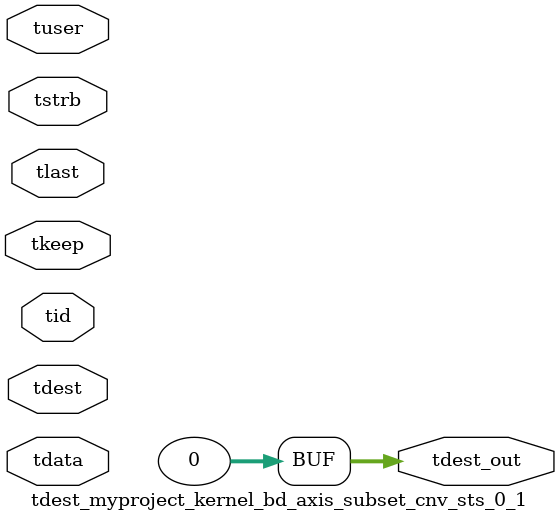
<source format=v>


`timescale 1ps/1ps

module tdest_myproject_kernel_bd_axis_subset_cnv_sts_0_1 #
(
parameter C_S_AXIS_TDATA_WIDTH = 32,
parameter C_S_AXIS_TUSER_WIDTH = 0,
parameter C_S_AXIS_TID_WIDTH   = 0,
parameter C_S_AXIS_TDEST_WIDTH = 0,
parameter C_M_AXIS_TDEST_WIDTH = 32
)
(
input  [(C_S_AXIS_TDATA_WIDTH == 0 ? 1 : C_S_AXIS_TDATA_WIDTH)-1:0     ] tdata,
input  [(C_S_AXIS_TUSER_WIDTH == 0 ? 1 : C_S_AXIS_TUSER_WIDTH)-1:0     ] tuser,
input  [(C_S_AXIS_TID_WIDTH   == 0 ? 1 : C_S_AXIS_TID_WIDTH)-1:0       ] tid,
input  [(C_S_AXIS_TDEST_WIDTH == 0 ? 1 : C_S_AXIS_TDEST_WIDTH)-1:0     ] tdest,
input  [(C_S_AXIS_TDATA_WIDTH/8)-1:0 ] tkeep,
input  [(C_S_AXIS_TDATA_WIDTH/8)-1:0 ] tstrb,
input                                                                    tlast,
output [C_M_AXIS_TDEST_WIDTH-1:0] tdest_out
);

assign tdest_out = {1'b0};

endmodule


</source>
